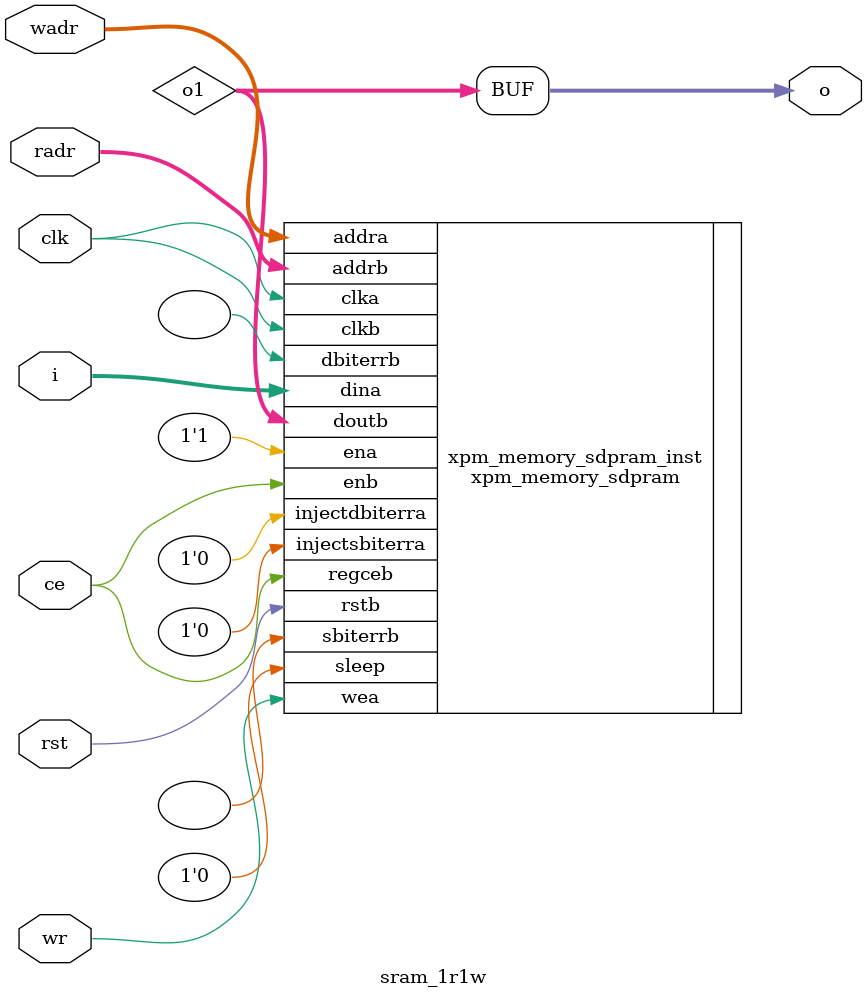
<source format=sv>

module sram_1r1w(rst, clk, ce, wr, wadr, radr, i, o);
parameter WID=512;
parameter DEP=256;
parameter RL=1;
input rst;
input clk;
input ce;
input wr;
input [$clog2(DEP)-1:0] wadr;
input [$clog2(DEP)-1:0] radr;
input [WID:1] i;
output reg [WID:1] o;

reg wr1;
reg [$clog2(DEP)-1:0] wadr1;
reg [WID:1] i1;
reg [WID:1] o1;

// xpm_memory_sdpram : In order to incorporate this function into the design,
//      Verilog      : the following instance declaration needs to be placed
//     instance      : in the body of the design code.  The instance name
//    declaration    : (xpm_memory_sdpram_inst) and/or the port declarations within the
//       code        : parenthesis may be changed to properly reference and
//                   : connect this function to the design.  All inputs
//                   : and outputs must be connected.

//  Please reference the appropriate libraries guide for additional information on the XPM modules.

   // xpm_memory_sdpram: Simple Dual Port RAM
   // Xilinx Parameterized Macro, version 2020.2

   xpm_memory_sdpram #(
      .ADDR_WIDTH_A($clog2(DEP)),               // DECIMAL
      .ADDR_WIDTH_B($clog2(DEP)),               // DECIMAL
      .AUTO_SLEEP_TIME(0),            // DECIMAL
      .BYTE_WRITE_WIDTH_A(WID),       // DECIMAL
      .CASCADE_HEIGHT(0),             // DECIMAL
      .CLOCKING_MODE("common_clock"), // String
      .ECC_MODE("no_ecc"),            // String
      .MEMORY_INIT_FILE("none"),      // String
      .MEMORY_INIT_PARAM("0"),        // String
      .MEMORY_OPTIMIZATION("true"),   // String
      .MEMORY_PRIMITIVE("block"),      // String
      .MEMORY_SIZE(WID*DEP),           // DECIMAL
      .MESSAGE_CONTROL(0),            // DECIMAL
      .READ_DATA_WIDTH_B(WID),        // DECIMAL
      .READ_LATENCY_B(RL),            // DECIMAL
      .READ_RESET_VALUE_B("0"),       // String
      .RST_MODE_A("SYNC"),            // String
      .RST_MODE_B("SYNC"),            // String
      .SIM_ASSERT_CHK(0),             // DECIMAL; 0=disable simulation messages, 1=enable simulation messages
      .USE_EMBEDDED_CONSTRAINT(0),    // DECIMAL
      .USE_MEM_INIT(1),               // DECIMAL
      .WAKEUP_TIME("disable_sleep"),  // String
      .WRITE_DATA_WIDTH_A(WID),       // DECIMAL
      .WRITE_MODE_B("no_change")      // String
   )
   xpm_memory_sdpram_inst (
      .dbiterrb(),             // 1-bit output: Status signal to indicate double bit error occurrence
                               // on the data output of port B.

      .doutb(o1),              // READ_DATA_WIDTH_B-bit output: Data output for port B read operations.
      .sbiterrb(),             // 1-bit output: Status signal to indicate single bit error occurrence
                               // on the data output of port B.

      .addra(wadr),            // ADDR_WIDTH_A-bit input: Address for port A write operations.
      .addrb(radr),            // ADDR_WIDTH_B-bit input: Address for port B read operations.
      .clka(clk),              // 1-bit input: Clock signal for port A. Also clocks port B when
                               // parameter CLOCKING_MODE is "common_clock".

      .clkb(clk),              // 1-bit input: Clock signal for port B when parameter CLOCKING_MODE is
                               // "independent_clock". Unused when parameter CLOCKING_MODE is
                               // "common_clock".

      .dina(i),                // WRITE_DATA_WIDTH_A-bit input: Data input for port A write operations.
      .ena(1'b1),                // 1-bit input: Memory enable signal for port A. Must be high on clock
                               // cycles when write operations are initiated. Pipelined internally.

      .enb(ce),              // 1-bit input: Memory enable signal for port B. Must be high on clock
                                       // cycles when read operations are initiated. Pipelined internally.

      .injectdbiterra(1'b0), 	// 1-bit input: Controls double bit error injection on input data when
                              // ECC enabled (Error injection capability is not available in
                              // "decode_only" mode).

      .injectsbiterra(1'b0), 	// 1-bit input: Controls single bit error injection on input data when
                              // ECC enabled (Error injection capability is not available in
                              // "decode_only" mode).

      .regceb(ce),	        // 1-bit input: Clock Enable for the last register stage on the output
                      	      // data path.

      .rstb(rst),             // 1-bit input: Reset signal for the final port B output register stage.
                              // Synchronously resets output port doutb to the value specified by
                              // parameter READ_RESET_VALUE_B.

      .sleep(1'b0),           // 1-bit input: sleep signal to enable the dynamic power saving feature.
      .wea(wr)                // WRITE_DATA_WIDTH_A/BYTE_WRITE_WIDTH_A-bit input: Write enable vector
                              // for port A input data port dina. 1 bit wide when word-wide writes are
                              // used. In byte-wide write configurations, each bit controls the
                              // writing one byte of dina to address addra. For example, to
                              // synchronously write only bits [15-8] of dina when WRITE_DATA_WIDTH_A
                              // is 32, wea would be 4'b0010.

   );

				
// If reading and writing the same address at the same time, return the new data.
// I do not think this can happen ^^^ the read address would need to be registered for performance.

always_ff @(posedge clk)
if (ce)
	wr1 <= wr;
always_ff @(posedge clk)
if (ce)
	wadr1 <= wadr;
always_ff @(posedge clk)
if (ce)
	i1 <= i;
/*
always_comb
	if (wr1 && wadr1==radr)
		o = i1;
	else
		o = o1;
*/
always_comb
	o = o1;

endmodule

				
				
</source>
